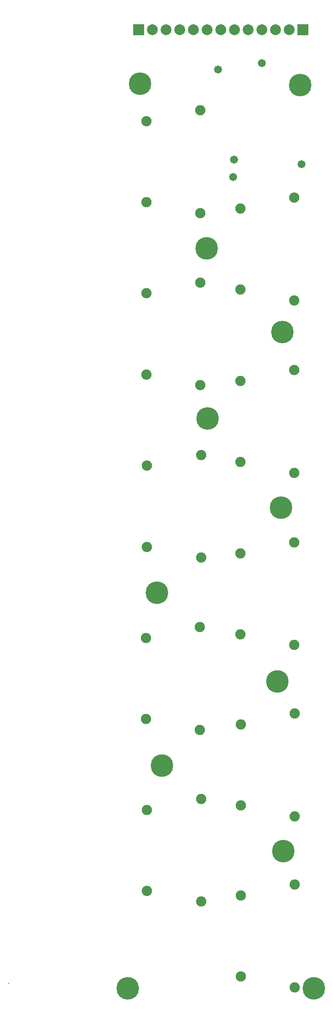
<source format=gts>
%FSLAX23Y23*%
%MOIN*%
G70*
G01*
G75*
G04 Layer_Color=8388736*
%ADD10C,0.028*%
%ADD11C,0.157*%
%ADD12C,0.067*%
%ADD13R,0.071X0.071*%
%ADD14C,0.071*%
%ADD15C,0.050*%
%ADD16C,0.039*%
%ADD17C,0.020*%
%ADD18C,0.010*%
%ADD19C,0.008*%
%ADD20C,0.165*%
%ADD21C,0.075*%
%ADD22R,0.079X0.079*%
%ADD23C,0.079*%
%ADD24C,0.058*%
D19*
X6150Y616D02*
X6152Y613D01*
D20*
X7022Y575D02*
D03*
X8380D02*
D03*
X7272Y2197D02*
D03*
X8158Y1575D02*
D03*
X8114Y2811D02*
D03*
X7236Y3457D02*
D03*
X8142Y4079D02*
D03*
X7606Y4728D02*
D03*
X8150Y5358D02*
D03*
X7598Y5969D02*
D03*
X8282Y7158D02*
D03*
X7112Y7169D02*
D03*
D21*
X7553Y6974D02*
D03*
Y6226D02*
D03*
X7159Y6896D02*
D03*
Y6305D02*
D03*
X7557Y1955D02*
D03*
Y1207D02*
D03*
X7163Y1876D02*
D03*
Y1285D02*
D03*
X8238Y6337D02*
D03*
Y5589D02*
D03*
X7844Y6258D02*
D03*
Y5667D02*
D03*
X8238Y5081D02*
D03*
Y4333D02*
D03*
X7844Y5002D02*
D03*
Y4411D02*
D03*
X7557Y4463D02*
D03*
Y3715D02*
D03*
X7163Y4384D02*
D03*
Y3793D02*
D03*
X8238Y3825D02*
D03*
Y3077D02*
D03*
X7844Y3746D02*
D03*
Y3156D02*
D03*
X8241Y1330D02*
D03*
Y582D02*
D03*
X7847Y1251D02*
D03*
Y661D02*
D03*
X7549Y3207D02*
D03*
Y2459D02*
D03*
X7156Y3128D02*
D03*
Y2537D02*
D03*
X7553Y5719D02*
D03*
Y4970D02*
D03*
X7159Y5640D02*
D03*
Y5049D02*
D03*
X8242Y2577D02*
D03*
Y1829D02*
D03*
X7848Y2498D02*
D03*
Y1907D02*
D03*
D22*
X8301Y7562D02*
D03*
X7101D02*
D03*
D23*
X8201D02*
D03*
X8101D02*
D03*
X8001D02*
D03*
X7901D02*
D03*
X7801D02*
D03*
X7701D02*
D03*
X7601D02*
D03*
X7501D02*
D03*
X7401D02*
D03*
X7301D02*
D03*
X7201D02*
D03*
D24*
X7682Y7271D02*
D03*
X7793Y6488D02*
D03*
X8293Y6580D02*
D03*
X7799Y6616D02*
D03*
X8001Y7318D02*
D03*
M02*

</source>
